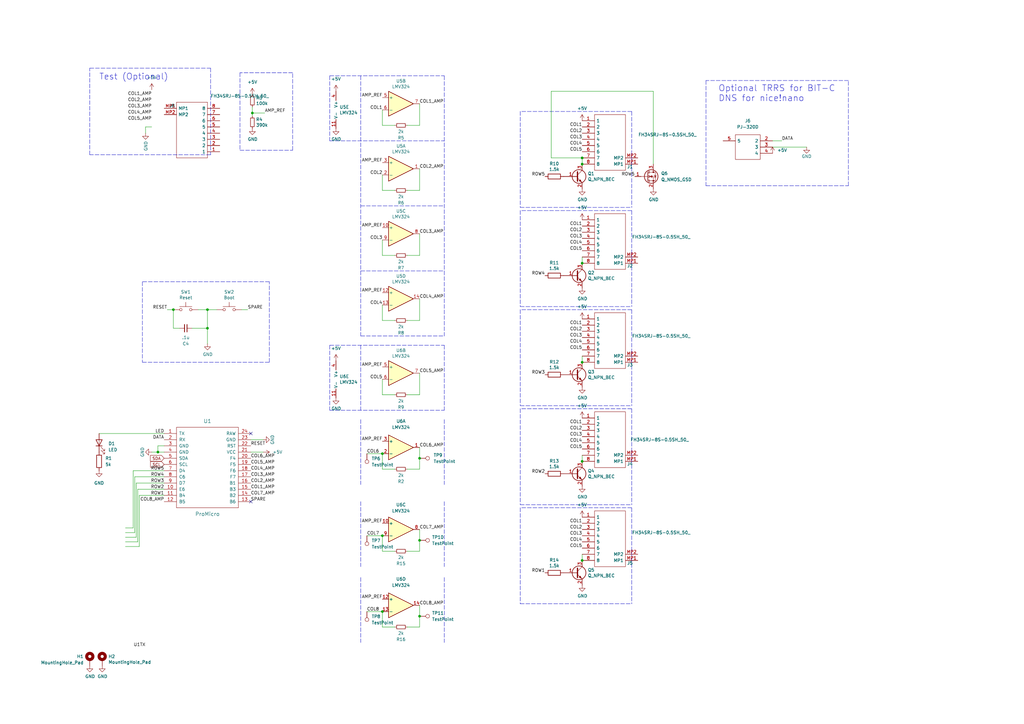
<source format=kicad_sch>
(kicad_sch (version 20211123) (generator eeschema)
  (paper "A3")
  (title_block (title "lalboard main board") (rev "v0.1"))
  (lib_symbols
    (symbol "Amplifier_Operational:LMV324" (pin_names (offset 0.127))
      (property "Reference" "U" (at 0 5.08 0))
      (property "Value" "LMV324" (at 0 -5.08 0))
      (symbol "LMV324_1_1"
        (polyline (pts (xy -5.08 5.08) (xy 5.08 0) (xy -5.08 -5.08) (xy -5.08 5.08)) (stroke (width 0.254)) (fill (type background)))
        (pin output line (at 7.62 0 180) (length 2.54) (name "~") (number "1"))
        (pin input line (at -7.62 -2.54 0) (length 2.54) (name "-") (number "2"))
        (pin input line (at -7.62 2.54 0) (length 2.54) (name "+") (number "3"))
      )
      (symbol "LMV324_2_1"
        (polyline (pts (xy -5.08 5.08) (xy 5.08 0) (xy -5.08 -5.08) (xy -5.08 5.08)) (stroke (width 0.254)) (fill (type background)))
        (pin input line (at -7.62 2.54 0) (length 2.54) (name "+") (number "5"))
        (pin input line (at -7.62 -2.54 0) (length 2.54) (name "-") (number "6"))
        (pin output line (at 7.62 0 180) (length 2.54) (name "~") (number "7"))
      )
      (symbol "LMV324_3_1"
        (polyline (pts (xy -5.08 5.08) (xy 5.08 0) (xy -5.08 -5.08) (xy -5.08 5.08)) (stroke (width 0.254)) (fill (type background)))
        (pin input line (at -7.62 2.54 0) (length 2.54) (name "+") (number "10"))
        (pin output line (at 7.62 0 180) (length 2.54) (name "~") (number "8"))
        (pin input line (at -7.62 -2.54 0) (length 2.54) (name "-") (number "9"))
      )
      (symbol "LMV324_4_1"
        (polyline (pts (xy -5.08 5.08) (xy 5.08 0) (xy -5.08 -5.08) (xy -5.08 5.08)) (stroke (width 0.254)) (fill (type background)))
        (pin input line (at -7.62 2.54 0) (length 2.54) (name "+") (number "12"))
        (pin input line (at -7.62 -2.54 0) (length 2.54) (name "-") (number "13"))
        (pin output line (at 7.62 0 180) (length 2.54) (name "~") (number "14"))
      )
      (symbol "LMV324_5_1"
        (pin power_in line (at -2.54 -7.62 90) (length 3.81) (name "V-") (number "11"))
        (pin power_in line (at -2.54 7.62 270) (length 3.81) (name "V+") (number "4"))
      )
    )
    (symbol "Device:C_Small" (pin_numbers hide) (pin_names (offset 0.254) hide)
      (property "Reference" "C" (at 0.254 1.778 0))
      (property "Value" "C_Small" (at 0.254 -2.032 0))
      (symbol "C_Small_0_1"
        (polyline (pts (xy -1.524 -0.508) (xy 1.524 -0.508)) (stroke (width 0.3302)))
        (polyline (pts (xy -1.524 0.508) (xy 1.524 0.508)) (stroke (width 0.3048)))
      )
      (symbol "C_Small_1_1"
        (pin passive line (at 0 2.54 270) (length 2.032) (name "~") (number "1"))
        (pin passive line (at 0 -2.54 90) (length 2.032) (name "~") (number "2"))
      )
    )
    (symbol "Device:LED" (pin_numbers hide) (pin_names (offset 1.016) hide)
      (property "Reference" "D" (at 0 2.54 0))
      (property "Value" "LED" (at 0 -2.54 0))
      (symbol "LED_0_1"
        (polyline (pts (xy -1.27 -1.27) (xy -1.27 1.27)) (stroke (width 0.254)))
        (polyline (pts (xy -1.27 0) (xy 1.27 0)))
        (polyline (pts (xy 1.27 -1.27) (xy 1.27 1.27) (xy -1.27 0) (xy 1.27 -1.27)) (stroke (width 0.254)))
        (polyline (pts (xy -3.048 -0.762) (xy -4.572 -2.286) (xy -3.81 -2.286) (xy -4.572 -2.286) (xy -4.572 -1.524)))
        (polyline (pts (xy -1.778 -0.762) (xy -3.302 -2.286) (xy -2.54 -2.286) (xy -3.302 -2.286) (xy -3.302 -1.524)))
      )
      (symbol "LED_1_1"
        (pin passive line (at -3.81 0 0) (length 2.54) (name "K") (number "1"))
        (pin passive line (at 3.81 0 180) (length 2.54) (name "A") (number "2"))
      )
    )
    (symbol "Device:Q_NMOS_GSD" (pin_names (offset 0) hide)
      (property "Reference" "Q" (at 5.08 1.27 0))
      (property "Value" "Q_NMOS_GSD" (at 5.08 -1.27 0))
      (symbol "Q_NMOS_GSD_0_1"
        (polyline (pts (xy 0.254 0) (xy -2.54 0)))
        (polyline (pts (xy 0.254 1.905) (xy 0.254 -1.905)) (stroke (width 0.254)))
        (polyline (pts (xy 0.762 -1.27) (xy 0.762 -2.286)) (stroke (width 0.254)))
        (polyline (pts (xy 0.762 0.508) (xy 0.762 -0.508)) (stroke (width 0.254)))
        (polyline (pts (xy 0.762 2.286) (xy 0.762 1.27)) (stroke (width 0.254)))
        (polyline (pts (xy 2.54 2.54) (xy 2.54 1.778)))
        (polyline (pts (xy 2.54 -2.54) (xy 2.54 0) (xy 0.762 0)))
        (polyline (pts (xy 0.762 -1.778) (xy 3.302 -1.778) (xy 3.302 1.778) (xy 0.762 1.778)))
        (polyline (pts (xy 1.016 0) (xy 2.032 0.381) (xy 2.032 -0.381) (xy 1.016 0)) (fill (type outline)))
        (polyline (pts (xy 2.794 0.508) (xy 2.921 0.381) (xy 3.683 0.381) (xy 3.81 0.254)))
        (polyline (pts (xy 3.302 0.381) (xy 2.921 -0.254) (xy 3.683 -0.254) (xy 3.302 0.381)))
        (circle (center 1.651 0) (radius 2.794) (stroke (width 0.254)))
        (circle (center 2.54 -1.778) (radius 0.254) (fill (type outline)))
        (circle (center 2.54 1.778) (radius 0.254) (fill (type outline)))
      )
      (symbol "Q_NMOS_GSD_1_1"
        (pin input line (at -5.08 0 0) (length 2.54) (name "G") (number "1"))
        (pin passive line (at 2.54 -5.08 90) (length 2.54) (name "S") (number "2"))
        (pin passive line (at 2.54 5.08 270) (length 2.54) (name "D") (number "3"))
      )
    )
    (symbol "Device:Q_NPN_BEC" (pin_names (offset 0) hide)
      (property "Reference" "Q" (at 5.08 1.27 0))
      (property "Value" "Q_NPN_BEC" (at 5.08 -1.27 0))
      (symbol "Q_NPN_BEC_0_1"
        (polyline (pts (xy 0.635 0.635) (xy 2.54 2.54)))
        (polyline (pts (xy 0.635 -0.635) (xy 2.54 -2.54) (xy 2.54 -2.54)))
        (polyline (pts (xy 0.635 1.905) (xy 0.635 -1.905) (xy 0.635 -1.905)) (stroke (width 0.508)))
        (polyline (pts (xy 1.27 -1.778) (xy 1.778 -1.27) (xy 2.286 -2.286) (xy 1.27 -1.778) (xy 1.27 -1.778)) (fill (type outline)))
        (circle (center 1.27 0) (radius 2.8194) (stroke (width 0.254)))
      )
      (symbol "Q_NPN_BEC_1_1"
        (pin input line (at -5.08 0 0) (length 5.715) (name "B") (number "1"))
        (pin passive line (at 2.54 -5.08 90) (length 2.54) (name "E") (number "2"))
        (pin passive line (at 2.54 5.08 270) (length 2.54) (name "C") (number "3"))
      )
    )
    (symbol "Device:R" (pin_numbers hide) (pin_names (offset 0))
      (property "Reference" "R" (at 2.032 0 90))
      (property "Value" "R" (at 0 0 90))
      (symbol "R_0_1"
        (rectangle (start -1.016 -2.54) (end 1.016 2.54) (stroke (width 0.254)))
      )
      (symbol "R_1_1"
        (pin passive line (at 0 3.81 270) (length 1.27) (name "~") (number "1"))
        (pin passive line (at 0 -3.81 90) (length 1.27) (name "~") (number "2"))
      )
    )
    (symbol "Device:R_Small" (pin_numbers hide) (pin_names (offset 0.254) hide)
      (property "Reference" "R" (at 0.762 0.508 0))
      (property "Value" "R_Small" (at 0.762 -1.016 0))
      (symbol "R_Small_0_1"
        (rectangle (start -0.762 1.778) (end 0.762 -1.778) (stroke (width 0.2032)))
      )
      (symbol "R_Small_1_1"
        (pin passive line (at 0 2.54 270) (length 0.762) (name "~") (number "1"))
        (pin passive line (at 0 -2.54 90) (length 0.762) (name "~") (number "2"))
      )
    )
    (symbol "Mechanical:MountingHole_Pad" (pin_numbers hide) (pin_names (offset 1.016) hide)
      (property "Reference" "H" (at 0 6.35 0))
      (property "Value" "MountingHole_Pad" (at 0 4.445 0))
      (symbol "MountingHole_Pad_0_1"
        (circle (center 0 1.27) (radius 1.27) (stroke (width 1.27)))
      )
      (symbol "MountingHole_Pad_1_1"
        (pin input line (at 0 -2.54 90) (length 2.54) (name "1") (number "1"))
      )
    )
    (symbol "Switch:SW_Push" (pin_numbers hide) (pin_names (offset 1.016) hide)
      (property "Reference" "SW" (at 1.27 2.54 0))
      (property "Value" "SW_Push" (at 0 -1.524 0))
      (symbol "SW_Push_0_1"
        (circle (center -2.032 0) (radius 0.508))
        (polyline (pts (xy 0 1.27) (xy 0 3.048)))
        (polyline (pts (xy 2.54 1.27) (xy -2.54 1.27)))
        (circle (center 2.032 0) (radius 0.508))
        (pin passive line (at -5.08 0 0) (length 2.54) (name "1") (number "1"))
        (pin passive line (at 5.08 0 180) (length 2.54) (name "2") (number "2"))
      )
    )
    (symbol "TestPoint_10" (pin_numbers hide) (pin_names (offset 0.762) hide)
      (property "Reference" "TP" (at 0 6.858 0))
      (property "Value" "TestPoint_10" (at 0 5.08 0))
      (symbol "TestPoint_10_0_1"
        (circle (center 0 3.302) (radius 0.762))
      )
      (symbol "TestPoint_10_1_1"
        (pin passive line (at 0 0 90) (length 2.54) (name "1") (number "1"))
      )
    )
    (symbol "TestPoint_6" (pin_numbers hide) (pin_names (offset 0.762) hide)
      (property "Reference" "TP" (at 0 6.858 0))
      (property "Value" "TestPoint_6" (at 0 5.08 0))
      (symbol "TestPoint_6_0_1"
        (circle (center 0 3.302) (radius 0.762))
      )
      (symbol "TestPoint_6_1_1"
        (pin passive line (at 0 0 90) (length 2.54) (name "1") (number "1"))
      )
    )
    (symbol "TestPoint_7" (pin_numbers hide) (pin_names (offset 0.762) hide)
      (property "Reference" "TP" (at 0 6.858 0))
      (property "Value" "TestPoint_7" (at 0 5.08 0))
      (symbol "TestPoint_7_0_1"
        (circle (center 0 3.302) (radius 0.762))
      )
      (symbol "TestPoint_7_1_1"
        (pin passive line (at 0 0 90) (length 2.54) (name "1") (number "1"))
      )
    )
    (symbol "TestPoint_8" (pin_numbers hide) (pin_names (offset 0.762) hide)
      (property "Reference" "TP" (at 0 6.858 0))
      (property "Value" "TestPoint_8" (at 0 5.08 0))
      (symbol "TestPoint_8_0_1"
        (circle (center 0 3.302) (radius 0.762))
      )
      (symbol "TestPoint_8_1_1"
        (pin passive line (at 0 0 90) (length 2.54) (name "1") (number "1"))
      )
    )
    (symbol "TestPoint_9" (pin_numbers hide) (pin_names (offset 0.762) hide)
      (property "Reference" "TP" (at 0 6.858 0))
      (property "Value" "TestPoint_9" (at 0 5.08 0))
      (symbol "TestPoint_9_0_1"
        (circle (center 0 3.302) (radius 0.762))
      )
      (symbol "TestPoint_9_1_1"
        (pin passive line (at 0 0 90) (length 2.54) (name "1") (number "1"))
      )
    )
    (symbol "corne-chocolate-rescue:ProMicro-kbd" (pin_names (offset 1.016))
      (property "Reference" "U" (at 0 24.13 0))
      (property "Value" "ProMicro-kbd" (at 0 -13.97 0))
      (symbol "ProMicro-kbd_0_1"
        (rectangle (start -12.7 21.59) (end 12.7 -11.43))
      )
      (symbol "ProMicro-kbd_1_1"
        (pin bidirectional line (at -17.78 19.05 0) (length 5.08) (name "TX") (number "1"))
        (pin bidirectional line (at -17.78 -3.81 0) (length 5.08) (name "E6") (number "10"))
        (pin bidirectional line (at -17.78 -6.35 0) (length 5.08) (name "B4") (number "11"))
        (pin bidirectional line (at -17.78 -8.89 0) (length 5.08) (name "B5") (number "12"))
        (pin bidirectional line (at 17.78 -8.89 180) (length 5.08) (name "B6") (number "13"))
        (pin bidirectional line (at 17.78 -6.35 180) (length 5.08) (name "B2") (number "14"))
        (pin bidirectional line (at 17.78 -3.81 180) (length 5.08) (name "B3") (number "15"))
        (pin bidirectional line (at 17.78 -1.27 180) (length 5.08) (name "B1") (number "16"))
        (pin bidirectional line (at 17.78 1.27 180) (length 5.08) (name "F7") (number "17"))
        (pin bidirectional line (at 17.78 3.81 180) (length 5.08) (name "F6") (number "18"))
        (pin bidirectional line (at 17.78 6.35 180) (length 5.08) (name "F5") (number "19"))
        (pin bidirectional line (at -17.78 16.51 0) (length 5.08) (name "RX") (number "2"))
        (pin bidirectional line (at 17.78 8.89 180) (length 5.08) (name "F4") (number "20"))
        (pin power_in line (at 17.78 11.43 180) (length 5.08) (name "VCC") (number "21"))
        (pin input line (at 17.78 13.97 180) (length 5.08) (name "RST") (number "22"))
        (pin power_in line (at 17.78 16.51 180) (length 5.08) (name "GND") (number "23"))
        (pin power_out line (at 17.78 19.05 180) (length 5.08) (name "RAW") (number "24"))
        (pin power_in line (at -17.78 13.97 0) (length 5.08) (name "GND") (number "3"))
        (pin power_in line (at -17.78 11.43 0) (length 5.08) (name "GND") (number "4"))
        (pin bidirectional line (at -17.78 8.89 0) (length 5.08) (name "SDA") (number "5"))
        (pin bidirectional line (at -17.78 6.35 0) (length 5.08) (name "SCL") (number "6"))
        (pin bidirectional line (at -17.78 3.81 0) (length 5.08) (name "D4") (number "7"))
        (pin bidirectional line (at -17.78 1.27 0) (length 5.08) (name "C6") (number "8"))
        (pin bidirectional line (at -17.78 -1.27 0) (length 5.08) (name "D7") (number "9"))
      )
    )
    (symbol "lalboard:FH34SRJ-8S-0.5SH_50_" (pin_names (offset 0.762))
      (property "Reference" "J" (at 19.05 7.62 0))
      (property "Value" "FH34SRJ-8S-0.5SH_50_" (at 19.05 5.08 0))
      (symbol "FH34SRJ-8S-0.5SH_50__0_0"
        (pin passive line (at 22.86 -17.78 180) (length 5.08) (name "1") (number "1"))
        (pin passive line (at 22.86 -15.24 180) (length 5.08) (name "2") (number "2"))
        (pin passive line (at 22.86 -12.7 180) (length 5.08) (name "3") (number "3"))
        (pin passive line (at 22.86 -10.16 180) (length 5.08) (name "4") (number "4"))
        (pin passive line (at 22.86 -7.62 180) (length 5.08) (name "5") (number "5"))
        (pin passive line (at 22.86 -5.08 180) (length 5.08) (name "6") (number "6"))
        (pin passive line (at 22.86 -2.54 180) (length 5.08) (name "7") (number "7"))
        (pin passive line (at 22.86 0 180) (length 5.08) (name "8") (number "8"))
        (pin passive line (at 0 0 0) (length 5.08) (name "MP1") (number "MP1"))
        (pin passive line (at 0 -2.54 0) (length 5.08) (name "MP2") (number "MP2"))
      )
      (symbol "FH34SRJ-8S-0.5SH_50__0_1"
        (polyline (pts (xy 5.08 2.54) (xy 17.78 2.54) (xy 17.78 -20.32) (xy 5.08 -20.32) (xy 5.08 2.54)) (stroke (width 0.1524)))
      )
    )
    (symbol "lalboard:PJ-320D" (pin_names (offset 0.762))
      (property "Reference" "J" (at 16.51 7.62 0))
      (property "Value" "PJ-320D" (at 16.51 5.08 0))
      (symbol "PJ-320D_0_0"
        (pin passive line (at 20.32 0 180) (length 5.08) (name "2") (number "2"))
        (pin passive line (at 20.32 -2.54 180) (length 5.08) (name "3") (number "3"))
        (pin passive line (at 20.32 -5.08 180) (length 5.08) (name "4") (number "4"))
        (pin passive line (at 0 0 0) (length 5.08) (name "5") (number "5"))
      )
      (symbol "PJ-320D_0_1"
        (polyline (pts (xy 5.08 2.54) (xy 15.24 2.54) (xy 15.24 -7.62) (xy 5.08 -7.62) (xy 5.08 2.54)) (stroke (width 0.1524)))
      )
    )
    (symbol "lalboard:TestPoint" (pin_numbers hide) (pin_names (offset 0.762) hide)
      (property "Reference" "TP" (at 0 6.858 0))
      (property "Value" "TestPoint" (at 0 5.08 0))
      (symbol "TestPoint_0_1"
        (circle (center 0 3.302) (radius 0.762))
      )
      (symbol "TestPoint_1_1"
        (pin passive line (at 0 0 90) (length 2.54) (name "1") (number "1"))
      )
    )
    (symbol "power:+5V" (power) (pin_names (offset 0))
      (property "Value" "+5V" (at 0 3.556 0))
      (symbol "+5V_0_1"
        (polyline (pts (xy -0.762 1.27) (xy 0 2.54)))
        (polyline (pts (xy 0 0) (xy 0 2.54)))
        (polyline (pts (xy 0 2.54) (xy 0.762 1.27)))
      )
      (symbol "+5V_1_1"
        (pin power_in line (at 0 0 90) (length 0) hide (name "+5V") (number "1"))
      )
    )
    (symbol "power:GND" (power) (pin_names (offset 0))
      (property "Value" "GND" (at 0 -3.81 0))
      (symbol "GND_0_1"
        (polyline (pts (xy 0 0) (xy 0 -1.27) (xy 1.27 -1.27) (xy 0 -2.54) (xy -1.27 -1.27) (xy 0 -1.27)))
      )
      (symbol "GND_1_1"
        (pin power_in line (at 0 0 270) (length 0) hide (name "GND") (number "1"))
      )
    )
  )
  (junction (at 238.76 189.23))
  (junction (at 172.085 187.96))
  (junction (at 238.76 148.59))
  (junction (at 172.085 252.73))
  (junction (at 64.77 185.42))
  (junction (at 156.845 219.71))
  (junction (at 103.505 46.355))
  (junction (at 156.845 186.055))
  (junction (at 85.09 127))
  (junction (at 238.76 67.31))
  (junction (at 85.09 134.62))
  (junction (at 238.76 64.77))
  (junction (at 238.76 229.87))
  (junction (at 172.085 221.615))
  (junction (at 156.845 250.825))
  (junction (at 238.76 107.95))
  (junction (at 71.12 127))
  (no_connect (at 102.87 205.74))
  (no_connect (at 102.87 177.8))
  (polyline (pts (xy 58.42 148.59) (xy 110.49 148.59)))
  (wire (pts (xy 172.085 42.545) (xy 172.085 51.435)))
  (wire (pts (xy 81.28 127) (xy 85.09 127)))
  (polyline (pts (xy 120.015 29.845) (xy 98.425 29.845)))
  (polyline (pts (xy 213.36 208.28) (xy 213.36 247.65)))
  (polyline (pts (xy 289.56 33.02) (xy 289.56 38.1)))
  (polyline (pts (xy 182.245 205.74) (xy 182.245 232.41)))
  (polyline (pts (xy 213.36 85.09) (xy 259.08 85.09)))
  (wire (pts (xy 172.085 226.06) (xy 167.005 226.06)))
  (polyline (pts (xy 135.255 31.115) (xy 182.245 31.115)))
  (wire (pts (xy 316.865 60.325) (xy 330.835 60.325)))
  (wire (pts (xy 238.76 105.41) (xy 238.76 107.95)))
  (wire (pts (xy 161.925 51.435) (xy 156.845 51.435)))
  (wire (pts (xy 172.085 257.175) (xy 167.005 257.175)))
  (polyline (pts (xy 147.955 111.125) (xy 182.245 111.125)))
  (wire (pts (xy 226.06 37.465) (xy 267.97 37.465)))
  (wire (pts (xy 56.515 222.25) (xy 51.435 222.25)))
  (wire (pts (xy 67.31 200.66) (xy 56.515 200.66)))
  (wire (pts (xy 67.31 193.04) (xy 54.61 193.04)))
  (polyline (pts (xy 347.98 33.02) (xy 289.56 33.02)))
  (polyline (pts (xy 182.245 31.115) (xy 182.245 137.795)))
  (wire (pts (xy 73.66 134.62) (xy 71.12 134.62)))
  (polyline (pts (xy 182.245 172.085) (xy 182.245 198.755)))
  (wire (pts (xy 238.76 227.33) (xy 238.76 229.87)))
  (wire (pts (xy 238.76 146.05) (xy 238.76 148.59)))
  (polyline (pts (xy 110.49 115.57) (xy 58.42 115.57)))
  (polyline (pts (xy 213.36 247.65) (xy 259.08 247.65)))
  (wire (pts (xy 99.06 127) (xy 101.6 127)))
  (wire (pts (xy 150.495 250.825) (xy 156.845 250.825)))
  (wire (pts (xy 161.925 131.445) (xy 156.845 131.445)))
  (polyline (pts (xy 135.255 57.785) (xy 182.245 57.785)))
  (wire (pts (xy 67.31 198.12) (xy 55.88 198.12)))
  (wire (pts (xy 239.395 64.77) (xy 238.76 64.77)))
  (polyline (pts (xy 289.56 38.1) (xy 289.56 76.2)))
  (wire (pts (xy 59.69 52.07) (xy 59.69 54.61)))
  (wire (pts (xy 54.61 193.04) (xy 54.61 216.535)))
  (polyline (pts (xy 259.08 167.64) (xy 213.36 167.64)))
  (wire (pts (xy 64.77 182.88) (xy 64.77 185.42)))
  (polyline (pts (xy 147.955 205.74) (xy 147.955 232.41)))
  (polyline (pts (xy 213.36 86.36) (xy 213.36 125.73)))
  (polyline (pts (xy 213.36 125.73) (xy 259.08 125.73)))
  (wire (pts (xy 238.76 64.77) (xy 226.06 64.77)))
  (wire (pts (xy 85.09 127) (xy 85.09 134.62)))
  (wire (pts (xy 161.925 257.175) (xy 156.845 257.175)))
  (wire (pts (xy 172.085 104.775) (xy 167.005 104.775)))
  (wire (pts (xy 55.88 198.12) (xy 55.88 220.345)))
  (wire (pts (xy 156.845 51.435) (xy 156.845 45.085)))
  (wire (pts (xy 172.085 192.405) (xy 167.005 192.405)))
  (polyline (pts (xy 259.08 167.64) (xy 259.08 207.01)))
  (polyline (pts (xy 259.08 45.72) (xy 259.08 85.09)))
  (polyline (pts (xy 213.36 45.72) (xy 213.36 85.09)))
  (polyline (pts (xy 147.955 141.605) (xy 147.955 168.275)))
  (wire (pts (xy 67.31 182.88) (xy 64.77 182.88)))
  (wire (pts (xy 172.085 221.615) (xy 172.085 226.06)))
  (polyline (pts (xy 135.255 141.605) (xy 135.255 168.275)))
  (wire (pts (xy 85.09 134.62) (xy 85.09 140.97)))
  (polyline (pts (xy 86.36 27.94) (xy 86.36 63.5)))
  (polyline (pts (xy 36.83 27.94) (xy 86.36 27.94)))
  (wire (pts (xy 238.76 186.69) (xy 238.76 189.23)))
  (wire (pts (xy 172.085 78.105) (xy 167.005 78.105)))
  (wire (pts (xy 103.505 43.815) (xy 103.505 46.355)))
  (wire (pts (xy 150.495 219.71) (xy 156.845 219.71)))
  (wire (pts (xy 55.245 195.58) (xy 55.245 218.44)))
  (polyline (pts (xy 213.36 167.64) (xy 213.36 207.01)))
  (polyline (pts (xy 259.08 208.28) (xy 259.08 247.65)))
  (polyline (pts (xy 182.245 141.605) (xy 182.245 168.275)))
  (polyline (pts (xy 147.955 84.455) (xy 182.245 84.455)))
  (wire (pts (xy 172.085 187.96) (xy 172.085 192.405)))
  (wire (pts (xy 85.09 134.62) (xy 78.74 134.62)))
  (wire (pts (xy 55.245 218.44) (xy 51.435 218.44)))
  (wire (pts (xy 57.15 203.2) (xy 57.15 224.155)))
  (wire (pts (xy 62.23 185.42) (xy 64.77 185.42)))
  (wire (pts (xy 156.845 226.06) (xy 156.845 219.71)))
  (wire (pts (xy 161.925 161.925) (xy 156.845 161.925)))
  (polyline (pts (xy 147.955 31.115) (xy 147.955 137.795)))
  (polyline (pts (xy 213.36 166.37) (xy 259.08 166.37)))
  (wire (pts (xy 156.845 78.105) (xy 156.845 71.755)))
  (polyline (pts (xy 213.36 127) (xy 213.36 166.37)))
  (polyline (pts (xy 289.56 76.2) (xy 347.98 76.2)))
  (wire (pts (xy 56.515 200.66) (xy 56.515 222.25)))
  (wire (pts (xy 156.845 161.925) (xy 156.845 155.575)))
  (polyline (pts (xy 98.425 61.595) (xy 120.015 61.595)))
  (polyline (pts (xy 86.36 63.5) (xy 36.83 63.5)))
  (polyline (pts (xy 135.255 141.605) (xy 182.245 141.605)))
  (wire (pts (xy 172.085 122.555) (xy 172.085 131.445)))
  (wire (pts (xy 238.76 64.77) (xy 238.76 67.31)))
  (polyline (pts (xy 147.955 236.855) (xy 147.955 263.525)))
  (wire (pts (xy 54.61 216.535) (xy 51.435 216.535)))
  (polyline (pts (xy 98.425 29.845) (xy 98.425 61.595)))
  (polyline (pts (xy 147.955 172.085) (xy 147.955 198.755)))
  (polyline (pts (xy 110.49 148.59) (xy 110.49 115.57)))
  (wire (pts (xy 172.085 252.73) (xy 172.085 257.175)))
  (polyline (pts (xy 213.36 207.01) (xy 259.08 207.01)))
  (wire (pts (xy 103.505 46.355) (xy 103.505 47.625)))
  (wire (pts (xy 40.64 177.8) (xy 67.31 177.8)))
  (wire (pts (xy 161.925 78.105) (xy 156.845 78.105)))
  (wire (pts (xy 102.87 180.34) (xy 107.95 180.34)))
  (polyline (pts (xy 259.08 127) (xy 259.08 166.37)))
  (wire (pts (xy 161.925 192.405) (xy 156.845 192.405)))
  (polyline (pts (xy 120.015 61.595) (xy 120.015 29.845)))
  (wire (pts (xy 68.58 127) (xy 71.12 127)))
  (wire (pts (xy 156.845 257.175) (xy 156.845 250.825)))
  (wire (pts (xy 85.09 127) (xy 88.9 127)))
  (wire (pts (xy 172.085 69.215) (xy 172.085 78.105)))
  (wire (pts (xy 161.925 226.06) (xy 156.845 226.06)))
  (polyline (pts (xy 259.08 86.36) (xy 213.36 86.36)))
  (wire (pts (xy 172.085 153.035) (xy 172.085 161.925)))
  (polyline (pts (xy 259.08 86.36) (xy 259.08 125.73)))
  (polyline (pts (xy 147.955 137.795) (xy 182.245 137.795)))
  (wire (pts (xy 57.15 224.155) (xy 51.435 224.155)))
  (wire (pts (xy 150.495 186.055) (xy 156.845 186.055)))
  (polyline (pts (xy 36.83 63.5) (xy 36.83 27.94)))
  (wire (pts (xy 71.12 134.62) (xy 71.12 127)))
  (wire (pts (xy 172.085 217.17) (xy 172.085 221.615)))
  (wire (pts (xy 64.77 185.42) (xy 67.31 185.42)))
  (wire (pts (xy 172.085 248.285) (xy 172.085 252.73)))
  (wire (pts (xy 172.085 161.925) (xy 167.005 161.925)))
  (polyline (pts (xy 135.255 168.275) (xy 182.245 168.275)))
  (wire (pts (xy 156.845 131.445) (xy 156.845 125.095)))
  (wire (pts (xy 172.085 51.435) (xy 167.005 51.435)))
  (wire (pts (xy 156.845 104.775) (xy 156.845 98.425)))
  (polyline (pts (xy 259.08 208.28) (xy 213.36 208.28)))
  (wire (pts (xy 161.925 104.775) (xy 156.845 104.775)))
  (wire (pts (xy 172.085 183.515) (xy 172.085 187.96)))
  (wire (pts (xy 67.31 195.58) (xy 55.245 195.58)))
  (wire (pts (xy 55.88 220.345) (xy 51.435 220.345)))
  (wire (pts (xy 267.97 37.465) (xy 267.97 67.31)))
  (wire (pts (xy 316.865 57.785) (xy 320.675 57.785)))
  (polyline (pts (xy 135.255 31.115) (xy 135.255 57.785)))
  (polyline (pts (xy 58.42 115.57) (xy 58.42 148.59)))
  (wire (pts (xy 67.31 203.2) (xy 57.15 203.2)))
  (wire (pts (xy 62.23 52.07) (xy 59.69 52.07)))
  (polyline (pts (xy 347.98 76.2) (xy 347.98 33.02)))
  (wire (pts (xy 226.06 64.77) (xy 226.06 37.465)))
  (wire (pts (xy 156.845 192.405) (xy 156.845 186.055)))
  (polyline (pts (xy 259.08 127) (xy 213.36 127)))
  (wire (pts (xy 172.085 131.445) (xy 167.005 131.445)))
  (polyline (pts (xy 182.245 236.855) (xy 182.245 263.525)))
  (wire (pts (xy 102.87 185.42) (xy 107.95 185.42)))
  (wire (pts (xy 172.085 95.885) (xy 172.085 104.775)))
  (wire (pts (xy 103.505 46.355) (xy 108.585 46.355)))
  (polyline (pts (xy 259.08 45.72) (xy 213.36 45.72)))
  (text "Test (Optional)" (at 40.64 33.02 0) (effects (font (size 2.4892 2.4892)) (justify left bottom)))
  (text "Optional TRRS for BIT-C\nDNS for nice!nano" (at 294.64 41.91 0) (effects (font (size 2.54 2.54)) (justify left bottom)))
  (label "COL4" (at 238.76 100.33 180))
  (label "COL4" (at 156.845 125.095 180))
  (label "SPARE" (at 102.87 205.74 0))
  (label "COL8" (at 150.495 250.825 0))
  (label "COL4" (at 238.76 181.61 180))
  (label "AMP_REF" (at 156.845 40.005 180))
  (label "AMP_REF" (at 156.845 150.495 180))
  (label "COL8_AMP" (at 67.31 205.74 180))
  (label "COL4_AMP" (at 172.085 122.555 0))
  (label "COL3" (at 238.76 138.43 180))
  (label "COL5" (at 238.76 224.79 180))
  (label "ROW1" (at 223.52 234.95 180))
  (label "ROW4" (at 67.31 195.58 180))
  (label "COL1" (at 238.76 173.99 180))
  (label "U1TX" (at 59.69 265.43 180))
  (label "ROW2" (at 223.52 194.31 180))
  (label "AMP_REF" (at 156.845 214.63 180))
  (label "COL3_AMP" (at 172.085 95.885 0))
  (label "COL1" (at 238.76 214.63 180))
  (label "COL7" (at 150.495 219.71 0))
  (label "AMP_REF" (at 156.845 245.745 180))
  (label "COL4" (at 238.76 222.25 180))
  (label "AMP_REF" (at 156.845 120.015 180))
  (label "COL3" (at 156.845 98.425 180))
  (label "COL2" (at 238.76 176.53 180))
  (label "COL7_AMP" (at 172.085 217.17 0))
  (label "COL1_AMP" (at 62.23 39.37 180))
  (label "COL3" (at 238.76 97.79 180))
  (label "COL5" (at 238.76 184.15 180))
  (label "COL8_AMP" (at 172.085 248.285 0))
  (label "COL2" (at 238.76 54.61 180))
  (label "COL1_AMP" (at 172.085 42.545 0))
  (label "RESET" (at 68.58 127 180))
  (label "COL2" (at 156.845 71.755 180))
  (label "COL5_AMP" (at 172.085 153.035 0))
  (label "COL4" (at 238.76 140.97 180))
  (label "COL1" (at 238.76 133.35 180))
  (label "DATA" (at 320.675 57.785 0))
  (label "COL2" (at 238.76 95.25 180))
  (label "COL6_AMP" (at 102.87 187.96 0))
  (label "COL2_AMP" (at 172.085 69.215 0))
  (label "ROW3" (at 67.31 198.12 180))
  (label "ROW2" (at 67.31 200.66 180))
  (label "COL5" (at 238.76 143.51 180))
  (label "COL5_AMP" (at 62.23 49.53 180))
  (label "RESET" (at 102.87 182.88 0))
  (label "SPARE" (at 101.6 127 0))
  (label "LED" (at 67.31 177.8 180))
  (label "AMP_REF" (at 156.845 180.975 180))
  (label "COL1" (at 238.76 92.71 180))
  (label "COL2_AMP" (at 102.87 198.12 0))
  (label "COL1" (at 238.76 52.07 180))
  (label "COL2" (at 238.76 135.89 180))
  (label "AMP_REF" (at 156.845 93.345 180))
  (label "ROW5" (at 223.52 72.39 180))
  (label "COL6" (at 150.495 186.055 0))
  (label "AMP_REF" (at 108.585 46.355 0))
  (label "COL3_AMP" (at 102.87 195.58 0))
  (label "ROW3" (at 223.52 153.67 180))
  (label "COL5" (at 238.76 102.87 180))
  (label "COL3" (at 238.76 179.07 180))
  (label "ROW4" (at 223.52 113.03 180))
  (label "COL5_AMP" (at 102.87 190.5 0))
  (label "COL3" (at 238.76 57.15 180))
  (label "COL1_AMP" (at 102.87 200.66 0))
  (label "COL4" (at 238.76 59.69 180))
  (label "COL7_AMP" (at 102.87 203.2 0))
  (label "COL5" (at 238.76 62.23 180))
  (label "ROW5" (at 260.35 72.39 180))
  (label "COL6_AMP" (at 172.085 183.515 0))
  (label "DATA" (at 67.31 180.34 180))
  (label "COL4_AMP" (at 62.23 46.99 180))
  (label "COL1" (at 156.845 45.085 180))
  (label "COL3" (at 238.76 219.71 180))
  (label "AMP_REF" (at 156.845 66.675 180))
  (label "COL2_AMP" (at 62.23 41.91 180))
  (label "COL5" (at 156.845 155.575 180))
  (label "ROW1" (at 67.31 203.2 180))
  (label "ROW5" (at 67.31 193.04 180))
  (label "COL3_AMP" (at 62.23 44.45 180))
  (label "COL4_AMP" (at 102.87 193.04 0))
  (label "COL2" (at 238.76 217.17 180))
  (global_label "SCL" (shape input) (at 67.31 190.5 180) (effects (font (size 1.1938 1.1938))) (property "Intersheet References" "${INTERSHEET_REFS}" (effects hide)))
  (global_label "SDA" (shape input) (at 67.31 187.96 180) (effects (font (size 1.1938 1.1938))) (property "Intersheet References" "${INTERSHEET_REFS}" (effects hide)))
  (symbol (lib_id "Device:Q_NPN_BEC") (at 236.22 72.39 0) (unit 1)
    (property "Reference" "Q1" (at 241.0714 71.2216 0) (effects (justify left)))
    (property "Value" "Q_NPN_BEC" (at 241.0714 73.533 0) (effects (justify left)))
    (property "Footprint" "Package_TO_SOT_SMD:SOT-23_Handsoldering" (effects hide))
    (property "Part" "PMBT2222A,215" (effects hide))
  )
  (symbol (lib_id "power:GND") (at 238.76 77.47 0) (unit 1)
    (property "Reference" "#PWR019" (effects hide))
    (property "Value" "GND" (at 238.887 81.8642 0))
  )
  (symbol (lib_id "Device:R") (at 227.33 72.39 270) (unit 1)
    (property "Reference" "R10" (at 227.33 67.1322 90))
    (property "Value" "1.5k" (at 227.33 69.4436 90))
    (property "Footprint" "Resistor_SMD:R_0805_2012Metric_Pad1.15x1.40mm_HandSolder" (effects hide))
  )
  (symbol (lib_id "Device:Q_NPN_BEC") (at 236.22 113.03 0) (unit 1)
    (property "Reference" "Q2" (at 241.0714 111.8616 0) (effects (justify left)))
    (property "Value" "Q_NPN_BEC" (at 241.0714 114.173 0) (effects (justify left)))
    (property "Footprint" "Package_TO_SOT_SMD:SOT-23_Handsoldering" (effects hide))
    (property "Part" "PMBT2222A,215" (effects hide))
  )
  (symbol (lib_id "lalboard:FH34SRJ-8S-0.5SH_50_") (at 261.62 107.95 180) (unit 1)
    (property "Reference" "J2" (at 259.588 109.0168 0) (effects (justify left)))
    (property "Value" "FH34SRJ-8S-0.5SH_50_" (at 283.21 97.155 0) (effects (justify left)))
    (property "Footprint" "FH34SRJ8S05SH50" (effects hide))
    (property "Datasheet" "https://datasheet.lcsc.com/szlcsc/Hirose-HRS-FH34SRJ-8S-0-5SH-50_C88372.pdf" (effects hide))
    (property "Description" "FFC & FPC Connectors 8P SMT HORIZ ZIF AU 1MM HGHT .5MM PITCH" (effects hide))
    (property "Height" "1.1" (effects hide))
    (property "Manufacturer_Name" "Hirose" (effects hide))
    (property "Manufacturer_Part_Number" "FH34SRJ-8S-0.5SH(50)" (effects hide))
    (property "Mouser Part Number" "798-FH34SRJ8S05SH50" (effects hide))
    (property "Mouser Price/Stock" "https://www.mouser.co.uk/ProductDetail/Hirose-Connector/FH34SRJ-8S-0.5SH50?qs=vnk2wBG9e16kawieRwL2EA%3D%3D" (effects hide))
  )
  (symbol (lib_id "power:GND") (at 238.76 118.11 0) (unit 1)
    (property "Reference" "#PWR021" (effects hide))
    (property "Value" "GND" (at 238.887 122.5042 0))
  )
  (symbol (lib_id "Device:R") (at 227.33 113.03 270) (unit 1)
    (property "Reference" "R11" (at 227.33 107.7722 90))
    (property "Value" "1.5k" (at 227.33 110.0836 90))
    (property "Footprint" "Resistor_SMD:R_0805_2012Metric_Pad1.15x1.40mm_HandSolder" (effects hide))
  )
  (symbol (lib_id "Device:Q_NPN_BEC") (at 236.22 153.67 0) (unit 1)
    (property "Reference" "Q3" (at 241.0714 152.5016 0) (effects (justify left)))
    (property "Value" "Q_NPN_BEC" (at 241.0714 154.813 0) (effects (justify left)))
    (property "Footprint" "Package_TO_SOT_SMD:SOT-23_Handsoldering" (effects hide))
    (property "Part" "PMBT2222A,215" (effects hide))
  )
  (symbol (lib_id "lalboard:FH34SRJ-8S-0.5SH_50_") (at 261.62 148.59 180) (unit 1)
    (property "Reference" "J3" (at 259.588 149.6568 0) (effects (justify left)))
    (property "Value" "FH34SRJ-8S-0.5SH_50_" (at 283.21 137.795 0) (effects (justify left)))
    (property "Footprint" "FH34SRJ8S05SH50" (effects hide))
    (property "Datasheet" "https://datasheet.lcsc.com/szlcsc/Hirose-HRS-FH34SRJ-8S-0-5SH-50_C88372.pdf" (effects hide))
    (property "Description" "FFC & FPC Connectors 8P SMT HORIZ ZIF AU 1MM HGHT .5MM PITCH" (effects hide))
    (property "Height" "1.1" (effects hide))
    (property "Manufacturer_Name" "Hirose" (effects hide))
    (property "Manufacturer_Part_Number" "FH34SRJ-8S-0.5SH(50)" (effects hide))
    (property "Mouser Part Number" "798-FH34SRJ8S05SH50" (effects hide))
    (property "Mouser Price/Stock" "https://www.mouser.co.uk/ProductDetail/Hirose-Connector/FH34SRJ-8S-0.5SH50?qs=vnk2wBG9e16kawieRwL2EA%3D%3D" (effects hide))
  )
  (symbol (lib_id "power:GND") (at 238.76 158.75 0) (unit 1)
    (property "Reference" "#PWR023" (effects hide))
    (property "Value" "GND" (at 238.887 163.1442 0))
  )
  (symbol (lib_id "Device:R") (at 227.33 153.67 270) (unit 1)
    (property "Reference" "R12" (at 227.33 148.4122 90))
    (property "Value" "1.5k" (at 227.33 150.7236 90))
    (property "Footprint" "Resistor_SMD:R_0805_2012Metric_Pad1.15x1.40mm_HandSolder" (effects hide))
  )
  (symbol (lib_id "Device:Q_NPN_BEC") (at 236.22 194.31 0) (unit 1)
    (property "Reference" "Q4" (at 241.0714 193.1416 0) (effects (justify left)))
    (property "Value" "Q_NPN_BEC" (at 241.0714 195.453 0) (effects (justify left)))
    (property "Footprint" "Package_TO_SOT_SMD:SOT-23_Handsoldering" (effects hide))
    (property "Part" "PMBT2222A,215" (effects hide))
  )
  (symbol (lib_id "lalboard:FH34SRJ-8S-0.5SH_50_") (at 261.62 189.23 180) (unit 1)
    (property "Reference" "J4" (at 259.588 190.2968 0) (effects (justify left)))
    (property "Value" "FH34SRJ-8S-0.5SH_50_" (at 282.575 180.34 0) (effects (justify left)))
    (property "Footprint" "FH34SRJ8S05SH50" (effects hide))
    (property "Datasheet" "https://datasheet.lcsc.com/szlcsc/Hirose-HRS-FH34SRJ-8S-0-5SH-50_C88372.pdf" (effects hide))
    (property "Description" "FFC & FPC Connectors 8P SMT HORIZ ZIF AU 1MM HGHT .5MM PITCH" (effects hide))
    (property "Height" "1.1" (effects hide))
    (property "Manufacturer_Name" "Hirose" (effects hide))
    (property "Manufacturer_Part_Number" "FH34SRJ-8S-0.5SH(50)" (effects hide))
    (property "Mouser Part Number" "798-FH34SRJ8S05SH50" (effects hide))
    (property "Mouser Price/Stock" "https://www.mouser.co.uk/ProductDetail/Hirose-Connector/FH34SRJ-8S-0.5SH50?qs=vnk2wBG9e16kawieRwL2EA%3D%3D" (effects hide))
  )
  (symbol (lib_id "power:GND") (at 238.76 199.39 0) (unit 1)
    (property "Reference" "#PWR025" (effects hide))
    (property "Value" "GND" (at 238.887 203.7842 0))
  )
  (symbol (lib_id "Device:R") (at 227.33 194.31 270) (unit 1)
    (property "Reference" "R13" (at 227.33 189.0522 90))
    (property "Value" "1.5k" (at 227.33 191.3636 90))
    (property "Footprint" "Resistor_SMD:R_0805_2012Metric_Pad1.15x1.40mm_HandSolder" (effects hide))
  )
  (symbol (lib_id "Device:Q_NPN_BEC") (at 236.22 234.95 0) (unit 1)
    (property "Reference" "Q5" (at 241.0714 233.7816 0) (effects (justify left)))
    (property "Value" "Q_NPN_BEC" (at 241.0714 236.093 0) (effects (justify left)))
    (property "Footprint" "Package_TO_SOT_SMD:SOT-23_Handsoldering" (effects hide))
    (property "Part" "PMBT2222A,215" (effects hide))
  )
  (symbol (lib_id "lalboard:FH34SRJ-8S-0.5SH_50_") (at 261.62 229.87 180) (unit 1)
    (property "Reference" "J5" (at 259.588 230.9368 0) (effects (justify left)))
    (property "Value" "FH34SRJ-8S-0.5SH_50_" (at 283.21 218.44 0) (effects (justify left)))
    (property "Footprint" "FH34SRJ8S05SH50" (effects hide))
    (property "Datasheet" "https://datasheet.lcsc.com/szlcsc/Hirose-HRS-FH34SRJ-8S-0-5SH-50_C88372.pdf" (effects hide))
    (property "Description" "FFC & FPC Connectors 8P SMT HORIZ ZIF AU 1MM HGHT .5MM PITCH" (effects hide))
    (property "Height" "1.1" (effects hide))
    (property "Manufacturer_Name" "Hirose" (effects hide))
    (property "Manufacturer_Part_Number" "FH34SRJ-8S-0.5SH(50)" (effects hide))
    (property "Mouser Part Number" "798-FH34SRJ8S05SH50" (effects hide))
    (property "Mouser Price/Stock" "https://www.mouser.co.uk/ProductDetail/Hirose-Connector/FH34SRJ-8S-0.5SH50?qs=vnk2wBG9e16kawieRwL2EA%3D%3D" (effects hide))
  )
  (symbol (lib_id "power:GND") (at 238.76 240.03 0) (unit 1)
    (property "Reference" "#PWR027" (effects hide))
    (property "Value" "GND" (at 238.887 244.4242 0))
  )
  (symbol (lib_id "Device:R") (at 227.33 234.95 270) (unit 1)
    (property "Reference" "R14" (at 227.33 229.6922 90))
    (property "Value" "1.5k" (at 227.33 232.0036 90))
    (property "Footprint" "Resistor_SMD:R_0805_2012Metric_Pad1.15x1.40mm_HandSolder" (effects hide))
  )
  (symbol (lib_id "Switch:SW_Push") (at 76.2 127 0) (unit 1)
    (property "Reference" "SW1" (at 76.2 119.761 0))
    (property "Value" "Reset" (at 76.2 122.0724 0))
    (property "Footprint" "Button_Switch_THT:SW_PUSH_6mm_H5mm" (effects hide))
    (property "Part" "1825910-6" (effects hide))
  )
  (symbol (lib_id "Switch:SW_Push") (at 93.98 127 0) (mirror y) (unit 1)
    (property "Reference" "SW2" (at 93.98 119.761 0))
    (property "Value" "Boot" (at 93.98 122.0724 0))
    (property "Footprint" "Button_Switch_THT:SW_PUSH_6mm_H5mm" (effects hide))
    (property "Part" "1825910-6" (effects hide))
  )
  (symbol (lib_id "Amplifier_Operational:LMV324") (at 164.465 42.545 0) (unit 2)
    (property "Reference" "U5" (at 164.465 33.2232 0))
    (property "Value" "LMV324" (at 164.465 35.5346 0))
    (property "Footprint" "lalboard:TSSOP-14_4.4x5mm_P0.65mm" (effects hide))
    (property "Datasheet" "http://www.ti.com/lit/ds/symlink/lmv324.pdf" (effects hide))
  )
  (symbol (lib_id "Device:R_Small") (at 103.505 41.275 0) (unit 1)
    (property "Reference" "R3" (at 105.0036 40.1066 0) (effects (justify left)))
    (property "Value" "100k" (at 105.0036 42.418 0) (effects (justify left)))
    (property "Footprint" "Resistor_SMD:R_0805_2012Metric_Pad1.15x1.40mm_HandSolder" (effects hide))
  )
  (symbol (lib_id "Device:R_Small") (at 103.505 50.165 0) (unit 1)
    (property "Reference" "R4" (at 105.0036 48.9966 0) (effects (justify left)))
    (property "Value" "390k" (at 105.0036 51.308 0) (effects (justify left)))
    (property "Footprint" "Resistor_SMD:R_0805_2012Metric_Pad1.15x1.40mm_HandSolder" (effects hide))
  )
  (symbol (lib_id "power:GND") (at 103.505 52.705 0) (unit 1)
    (property "Reference" "#PWR013" (effects hide))
    (property "Value" "GND" (at 103.632 57.0992 0))
  )
  (symbol (lib_id "Device:R_Small") (at 164.465 51.435 270) (unit 1)
    (property "Reference" "R5" (at 164.465 56.515 90))
    (property "Value" "2k" (at 164.465 53.975 90))
    (property "Footprint" "Resistor_SMD:R_0805_2012Metric_Pad1.15x1.40mm_HandSolder" (effects hide))
  )
  (symbol (lib_id "Amplifier_Operational:LMV324") (at 164.465 69.215 0) (unit 1)
    (property "Reference" "U5" (at 164.465 59.8932 0))
    (property "Value" "LMV324" (at 164.465 62.2046 0))
    (property "Footprint" "lalboard:TSSOP-14_4.4x5mm_P0.65mm" (effects hide))
    (property "Datasheet" "http://www.ti.com/lit/ds/symlink/lmv324.pdf" (effects hide))
  )
  (symbol (lib_id "Device:R_Small") (at 164.465 78.105 270) (unit 1)
    (property "Reference" "R6" (at 164.465 83.185 90))
    (property "Value" "2k" (at 164.465 80.645 90))
    (property "Footprint" "Resistor_SMD:R_0805_2012Metric_Pad1.15x1.40mm_HandSolder" (effects hide))
  )
  (symbol (lib_id "Amplifier_Operational:LMV324") (at 164.465 95.885 0) (unit 3)
    (property "Reference" "U5" (at 164.465 86.5632 0))
    (property "Value" "LMV324" (at 164.465 88.8746 0))
    (property "Footprint" "lalboard:TSSOP-14_4.4x5mm_P0.65mm" (effects hide))
    (property "Datasheet" "http://www.ti.com/lit/ds/symlink/lmv324.pdf" (effects hide))
  )
  (symbol (lib_id "Device:R_Small") (at 164.465 104.775 270) (unit 1)
    (property "Reference" "R7" (at 164.465 109.855 90))
    (property "Value" "2k" (at 164.465 107.315 90))
    (property "Footprint" "Resistor_SMD:R_0805_2012Metric_Pad1.15x1.40mm_HandSolder" (effects hide))
  )
  (symbol (lib_id "Amplifier_Operational:LMV324") (at 164.465 122.555 0) (unit 4)
    (property "Reference" "U5" (at 164.465 113.2332 0))
    (property "Value" "LMV324" (at 164.465 115.5446 0))
    (property "Footprint" "lalboard:TSSOP-14_4.4x5mm_P0.65mm" (effects hide))
    (property "Datasheet" "http://www.ti.com/lit/ds/symlink/lmv324.pdf" (effects hide))
  )
  (symbol (lib_id "Device:R_Small") (at 164.465 131.445 270) (unit 1)
    (property "Reference" "R8" (at 164.465 136.525 90))
    (property "Value" "2k" (at 164.465 133.985 90))
    (property "Footprint" "Resistor_SMD:R_0805_2012Metric_Pad1.15x1.40mm_HandSolder" (effects hide))
  )
  (symbol (lib_id "Amplifier_Operational:LMV324") (at 140.335 45.085 0) (unit 5)
    (property "Reference" "U5" (at 139.2682 43.9166 0) (effects (justify left)))
    (property "Value" "LMV324" (at 139.2682 46.228 0) (effects (justify left)))
    (property "Footprint" "lalboard:TSSOP-14_4.4x5mm_P0.65mm" (effects hide))
    (property "Datasheet" "http://www.ti.com/lit/ds/symlink/lmv324.pdf" (effects hide))
  )
  (symbol (lib_id "power:GND") (at 85.09 140.97 0) (unit 1)
    (property "Reference" "#PWR07" (effects hide))
    (property "Value" "GND" (at 85.217 145.3642 0))
  )
  (symbol (lib_id "Device:C_Small") (at 76.2 134.62 270) (unit 1)
    (property "Reference" "C4" (at 76.2 140.97 90))
    (property "Value" ".1u" (at 76.2 138.43 90))
    (property "Footprint" "Capacitor_SMD:C_0805_2012Metric_Pad1.15x1.40mm_HandSolder" (effects hide))
    (property "Voltage" "16V" (effects hide))
    (property "Tolerance" "10%" (effects hide))
  )
  (symbol (lib_id "Amplifier_Operational:LMV324") (at 164.465 153.035 0) (unit 2)
    (property "Reference" "U6" (at 164.465 143.7132 0))
    (property "Value" "LMV324" (at 164.465 146.0246 0))
    (property "Footprint" "lalboard:TSSOP-14_4.4x5mm_P0.65mm" (effects hide))
    (property "Datasheet" "http://www.ti.com/lit/ds/symlink/lmv324.pdf" (effects hide))
  )
  (symbol (lib_id "Device:R_Small") (at 164.465 161.925 270) (unit 1)
    (property "Reference" "R9" (at 164.465 167.005 90))
    (property "Value" "2k" (at 164.465 164.465 90))
    (property "Footprint" "Resistor_SMD:R_0805_2012Metric_Pad1.15x1.40mm_HandSolder" (effects hide))
  )
  (symbol (lib_id "Amplifier_Operational:LMV324") (at 140.335 155.575 0) (unit 5)
    (property "Reference" "U6" (at 139.2682 154.4066 0) (effects (justify left)))
    (property "Value" "LMV324" (at 139.2682 156.718 0) (effects (justify left)))
    (property "Footprint" "lalboard:TSSOP-14_4.4x5mm_P0.65mm" (effects hide))
    (property "Datasheet" "http://www.ti.com/lit/ds/symlink/lmv324.pdf" (effects hide))
  )
  (symbol (lib_id "lalboard:FH34SRJ-8S-0.5SH_50_") (at 261.62 67.31 180) (unit 1)
    (property "Reference" "J1" (at 259.588 68.3768 0) (effects (justify left)))
    (property "Value" "FH34SRJ-8S-0.5SH_50_" (at 285.75 55.245 0) (effects (justify left)))
    (property "Footprint" "FH34SRJ8S05SH50" (effects hide))
    (property "Datasheet" "https://datasheet.lcsc.com/szlcsc/Hirose-HRS-FH34SRJ-8S-0-5SH-50_C88372.pdf" (effects hide))
    (property "Description" "FFC & FPC Connectors 8P SMT HORIZ ZIF AU 1MM HGHT .5MM PITCH" (effects hide))
    (property "Height" "1.1" (effects hide))
    (property "Manufacturer_Name" "Hirose" (effects hide))
    (property "Manufacturer_Part_Number" "FH34SRJ-8S-0.5SH(50)" (effects hide))
    (property "Mouser Part Number" "798-FH34SRJ8S05SH50" (effects hide))
    (property "Mouser Price/Stock" "https://www.mouser.co.uk/ProductDetail/Hirose-Connector/FH34SRJ-8S-0.5SH50?qs=vnk2wBG9e16kawieRwL2EA%3D%3D" (effects hide))
  )
  (symbol (lib_id "lalboard:FH34SRJ-8S-0.5SH_50_") (at 67.31 44.45 0) (unit 1)
    (property "Reference" "J8" (at 69.342 43.3832 0) (effects (justify left)))
    (property "Value" "FH34SRJ-8S-0.5SH_50_" (at 86.36 39.37 0) (effects (justify left)))
    (property "Footprint" "FH34SRJ8S05SH50" (effects hide))
    (property "Datasheet" "https://datasheet.lcsc.com/szlcsc/Hirose-HRS-FH34SRJ-8S-0-5SH-50_C88372.pdf" (effects hide))
    (property "Description" "FFC & FPC Connectors 8P SMT HORIZ ZIF AU 1MM HGHT .5MM PITCH" (effects hide))
    (property "Height" "1.1" (effects hide))
    (property "Manufacturer_Name" "Hirose" (effects hide))
    (property "Manufacturer_Part_Number" "FH34SRJ-8S-0.5SH(50)" (effects hide))
    (property "Mouser Part Number" "798-FH34SRJ8S05SH50" (effects hide))
    (property "Mouser Price/Stock" "https://www.mouser.co.uk/ProductDetail/Hirose-Connector/FH34SRJ-8S-0.5SH50?qs=vnk2wBG9e16kawieRwL2EA%3D%3D" (effects hide))
  )
  (symbol (lib_id "power:GND") (at 59.69 54.61 0) (unit 1)
    (property "Reference" "#PWR0110" (effects hide))
    (property "Value" "GND" (at 59.817 57.8612 90) (effects (justify right)))
  )
  (symbol (lib_id "power:GND") (at 137.795 52.705 0) (unit 1)
    (property "Reference" "#PWR0103" (effects hide))
    (property "Value" "GND" (at 137.922 57.0992 0))
  )
  (symbol (lib_id "power:GND") (at 137.795 163.195 0) (unit 1)
    (property "Reference" "#PWR0105" (effects hide))
    (property "Value" "GND" (at 137.922 167.5892 0))
  )
  (symbol (lib_id "Mechanical:MountingHole_Pad") (at 36.83 270.51 0) (unit 1)
    (property "Reference" "H1" (at 34.29 269.24 0) (effects (justify right)))
    (property "Value" "MountingHole_Pad" (at 34.29 271.78 0) (effects (justify right)))
    (property "Footprint" "MountingHole:MountingHole_3.2mm_M3_DIN965_Pad" (effects hide))
  )
  (symbol (lib_id "Mechanical:MountingHole_Pad") (at 41.91 270.51 0) (unit 1)
    (property "Reference" "H2" (at 44.45 269.2654 0) (effects (justify left)))
    (property "Value" "MountingHole_Pad" (at 44.45 271.5768 0) (effects (justify left)))
    (property "Footprint" "MountingHole:MountingHole_3.2mm_M3_DIN965_Pad" (effects hide))
  )
  (symbol (lib_id "power:GND") (at 36.83 273.05 0) (unit 1)
    (property "Reference" "#PWR0107" (effects hide))
    (property "Value" "GND" (at 36.957 277.4442 0))
  )
  (symbol (lib_id "power:GND") (at 41.91 273.05 0) (unit 1)
    (property "Reference" "#PWR0108" (effects hide))
    (property "Value" "GND" (at 42.037 277.4442 0))
  )
  (symbol (lib_name "TestPoint_8") (lib_id "lalboard:TestPoint") (at 172.085 221.615 270) (unit 1)
    (property "Reference" "TP10" (at 177.165 220.3449 90) (effects (justify left)))
    (property "Value" "TestPoint" (at 177.165 222.8849 90) (effects (justify left)))
    (property "Footprint" "TestPoint:TestPoint_THTPad_D1.0mm_Drill0.5mm" (effects hide))
  )
  (symbol (lib_id "lalboard:PJ-320D") (at 296.545 57.785 0) (unit 1)
    (property "Reference" "J6" (at 306.705 49.53 0))
    (property "Value" "PJ-320D" (at 306.705 52.07 0))
    (property "Footprint" "lalboard:PJ-320D" (effects hide))
    (property "Datasheet" "https://p.globalsources.com/IMAGES/PDT/SPEC/432/K1007154432.pdf" (effects hide))
    (property "Description" "Phone Jack" (effects hide))
    (property "Height" "5.6" (effects hide))
    (property "Manufacturer_Name" "Audio-Technica" (effects hide))
    (property "Manufacturer_Part_Number" "PJ-320D" (effects hide))
  )
  (symbol (lib_id "power:+5V") (at 103.505 38.735 0) (unit 1)
    (property "Reference" "#PWR0120" (effects hide))
    (property "Value" "+5V" (at 103.505 33.655 0))
  )
  (symbol (lib_id "power:+5V") (at 316.865 62.865 0) (mirror y) (unit 1)
    (property "Reference" "#PWR0116" (effects hide))
    (property "Value" "+5V" (at 318.77 61.5949 0) (effects (justify right)))
  )
  (symbol (lib_id "power:+5V") (at 238.76 90.17 0) (unit 1)
    (property "Reference" "#PWR0117" (effects hide))
    (property "Value" "+5V" (at 238.76 85.09 0))
  )
  (symbol (lib_name "TestPoint_7") (lib_id "lalboard:TestPoint") (at 150.495 186.055 180) (unit 1)
    (property "Reference" "TP6" (at 152.4 188.0869 0) (effects (justify right)))
    (property "Value" "TestPoint" (at 152.4 190.6269 0) (effects (justify right)))
    (property "Footprint" "TestPoint:TestPoint_THTPad_D1.0mm_Drill0.5mm" (effects hide))
  )
  (symbol (lib_id "power:GND") (at 330.835 60.325 0) (unit 1)
    (property "Reference" "#PWR0101" (effects hide))
    (property "Value" "GND" (at 330.835 64.135 0))
  )
  (symbol (lib_id "lalboard:TestPoint") (at 172.085 252.73 270) (unit 1)
    (property "Reference" "TP11" (at 177.165 251.4599 90) (effects (justify left)))
    (property "Value" "TestPoint" (at 177.165 253.9999 90) (effects (justify left)))
    (property "Footprint" "TestPoint:TestPoint_THTPad_D1.0mm_Drill0.5mm" (effects hide))
  )
  (symbol (lib_id "power:+5V") (at 238.76 130.81 0) (unit 1)
    (property "Reference" "#PWR0119" (effects hide))
    (property "Value" "+5V" (at 238.76 125.73 0))
  )
  (symbol (lib_id "Device:LED") (at 40.64 181.61 90) (unit 1)
    (property "Reference" "D1" (at 44.45 181.9274 90) (effects (justify right)))
    (property "Value" "LED" (at 44.45 184.4674 90) (effects (justify right)))
    (property "Footprint" "LED_SMD:LED_0805_2012Metric_Pad1.15x1.40mm_HandSolder" (effects hide))
  )
  (symbol (lib_id "power:GND") (at 40.64 193.04 0) (unit 1)
    (property "Reference" "#PWR0114" (effects hide))
    (property "Value" "GND" (at 40.64 198.12 0))
  )
  (symbol (lib_id "Device:R_Small") (at 164.465 226.06 270) (unit 1)
    (property "Reference" "R15" (at 164.465 231.14 90))
    (property "Value" "2k" (at 164.465 228.6 90))
    (property "Footprint" "Resistor_SMD:R_0805_2012Metric_Pad1.20x1.40mm_HandSolder" (effects hide))
  )
  (symbol (lib_id "power:+5V") (at 238.76 212.09 0) (unit 1)
    (property "Reference" "#PWR0102" (effects hide))
    (property "Value" "+5V" (at 238.76 207.01 0))
  )
  (symbol (lib_id "Amplifier_Operational:LMV324") (at 164.465 248.285 0) (unit 4)
    (property "Reference" "U6" (at 164.465 237.49 0))
    (property "Value" "LMV324" (at 164.465 240.03 0))
    (property "Datasheet" "http://www.ti.com/lit/ds/symlink/lmv324.pdf" (effects hide))
  )
  (symbol (lib_name "TestPoint_10") (lib_id "lalboard:TestPoint") (at 150.495 219.71 180) (unit 1)
    (property "Reference" "TP7" (at 152.4 221.7419 0) (effects (justify right)))
    (property "Value" "TestPoint" (at 152.4 224.2819 0) (effects (justify right)))
    (property "Footprint" "TestPoint:TestPoint_THTPad_D1.0mm_Drill0.5mm" (effects hide))
  )
  (symbol (lib_id "power:+5V") (at 238.76 49.53 0) (unit 1)
    (property "Reference" "#PWR0118" (effects hide))
    (property "Value" "+5V" (at 238.76 44.45 0))
  )
  (symbol (lib_name "TestPoint_9") (lib_id "lalboard:TestPoint") (at 150.495 250.825 180) (unit 1)
    (property "Reference" "TP8" (at 152.4 252.8569 0) (effects (justify right)))
    (property "Value" "TestPoint" (at 152.4 255.3969 0) (effects (justify right)))
    (property "Footprint" "TestPoint:TestPoint_THTPad_D1.0mm_Drill0.5mm" (effects hide))
  )
  (symbol (lib_id "Device:Q_NMOS_GSD") (at 265.43 72.39 0) (unit 1)
    (property "Reference" "Q6" (at 271.145 71.1199 0) (effects (justify left)))
    (property "Value" "Q_NMOS_GSD" (at 271.145 73.6599 0) (effects (justify left)))
    (property "Footprint" "Package_TO_SOT_SMD:SOT-23_Handsoldering" (effects hide))
  )
  (symbol (lib_id "Device:R_Small") (at 164.465 192.405 270) (unit 1)
    (property "Reference" "R2" (at 164.465 197.485 90))
    (property "Value" "2k" (at 164.465 194.945 90))
    (property "Footprint" "Resistor_SMD:R_0805_2012Metric_Pad1.20x1.40mm_HandSolder" (effects hide))
  )
  (symbol (lib_id "Amplifier_Operational:LMV324") (at 164.465 183.515 0) (unit 1)
    (property "Reference" "U6" (at 164.465 172.72 0))
    (property "Value" "LMV324" (at 164.465 175.26 0))
    (property "Datasheet" "http://www.ti.com/lit/ds/symlink/lmv324.pdf" (effects hide))
  )
  (symbol (lib_id "power:+5V") (at 137.795 37.465 0) (unit 1)
    (property "Reference" "#PWR0111" (effects hide))
    (property "Value" "+5V" (at 137.795 32.385 0))
  )
  (symbol (lib_id "power:GND") (at 267.97 77.47 0) (unit 1)
    (property "Reference" "#PWR0121" (effects hide))
    (property "Value" "GND" (at 268.097 81.8642 0))
  )
  (symbol (lib_id "power:+5V") (at 62.23 36.83 0) (unit 1)
    (property "Reference" "#PWR0109" (effects hide))
    (property "Value" "+5V" (at 62.23 31.75 0))
  )
  (symbol (lib_id "Device:R_Small") (at 164.465 257.175 270) (unit 1)
    (property "Reference" "R16" (at 164.465 262.255 90))
    (property "Value" "2k" (at 164.465 259.715 90))
    (property "Footprint" "Resistor_SMD:R_0805_2012Metric_Pad1.20x1.40mm_HandSolder" (effects hide))
  )
  (symbol (lib_id "Amplifier_Operational:LMV324") (at 164.465 217.17 0) (unit 3)
    (property "Reference" "U6" (at 164.465 207.01 0))
    (property "Value" "LMV324" (at 164.465 209.55 0))
    (property "Datasheet" "http://www.ti.com/lit/ds/symlink/lmv324.pdf" (effects hide))
  )
  (symbol (lib_id "corne-chocolate-rescue:ProMicro-kbd") (at 85.09 196.85 0) (unit 1)
    (property "Reference" "U1" (at 85.09 172.72 0) (effects (font (size 1.524 1.524))))
    (property "Value" "ProMicro" (at 85.09 210.82 0) (effects (font (size 1.524 1.524))))
    (property "Footprint" "lalboard:ProMicro_v3.5" (effects hide))
  )
  (symbol (lib_name "TestPoint_6") (lib_id "lalboard:TestPoint") (at 172.085 187.96 270) (unit 1)
    (property "Reference" "TP9" (at 177.8 186.6899 90) (effects (justify left)))
    (property "Value" "TestPoint" (at 177.8 189.2299 90) (effects (justify left)))
    (property "Footprint" "TestPoint:TestPoint_THTPad_D1.0mm_Drill0.5mm" (effects hide))
  )
  (symbol (lib_id "Device:R") (at 40.64 189.23 0) (unit 1)
    (property "Reference" "R1" (at 43.18 187.9599 0) (effects (justify left)))
    (property "Value" "5k" (at 43.18 190.4999 0) (effects (justify left)))
    (property "Footprint" "Resistor_SMD:R_0805_2012Metric_Pad1.20x1.40mm_HandSolder" (effects hide))
  )
  (symbol (lib_id "power:GND") (at 107.95 180.34 90) (unit 1)
    (property "Reference" "#PWR0112" (effects hide))
    (property "Value" "GND" (at 111.76 180.34 0))
  )
  (symbol (lib_id "power:+5V") (at 137.795 147.955 0) (unit 1)
    (property "Reference" "#PWR0104" (effects hide))
    (property "Value" "+5V" (at 137.795 142.875 0))
  )
  (symbol (lib_id "power:+5V") (at 238.76 171.45 0) (unit 1)
    (property "Reference" "#PWR0106" (effects hide))
    (property "Value" "+5V" (at 238.76 166.37 0))
  )
  (symbol (lib_id "power:GND") (at 62.23 185.42 270) (unit 1)
    (property "Reference" "#PWR0113" (effects hide))
    (property "Value" "GND" (at 58.42 185.42 0))
  )
  (symbol (lib_id "power:+5V") (at 107.95 185.42 270) (unit 1)
    (property "Reference" "#PWR0115" (effects hide))
    (property "Value" "+5V" (at 111.76 185.4199 90) (effects (justify left)))
  )
)
</source>
